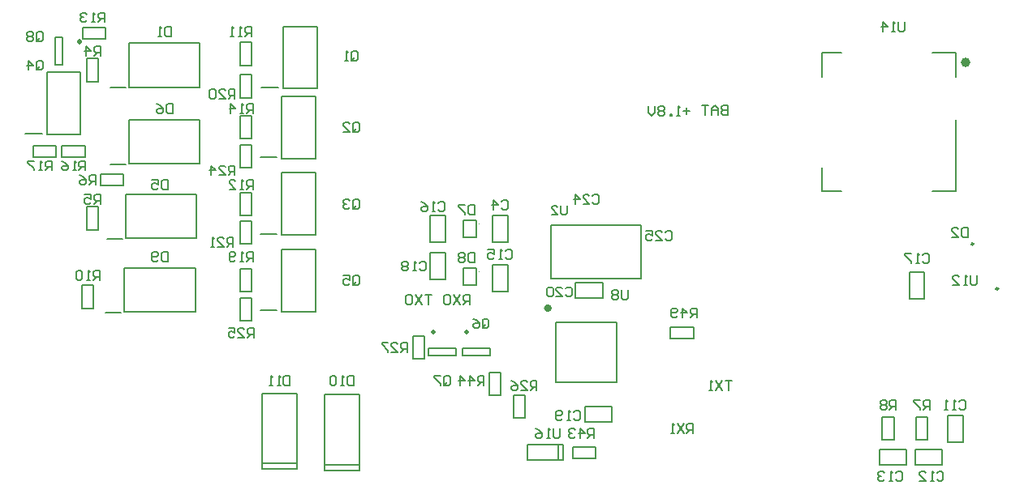
<source format=gbo>
G04*
G04 #@! TF.GenerationSoftware,Altium Limited,Altium Designer,22.8.2 (66)*
G04*
G04 Layer_Color=32896*
%FSLAX44Y44*%
%MOMM*%
G71*
G04*
G04 #@! TF.SameCoordinates,4CF3C48C-3265-4FA0-8EEF-0F06EE1AF109*
G04*
G04*
G04 #@! TF.FilePolarity,Positive*
G04*
G01*
G75*
%ADD10C,0.2000*%
%ADD12C,0.1500*%
%ADD75C,0.5000*%
%ADD115C,0.1200*%
%ADD116C,0.2500*%
%ADD117C,0.4000*%
%ADD118C,0.2540*%
%ADD119C,1.0000*%
D10*
X128500Y191300D02*
X144500D01*
X148000Y192100D02*
Y237900D01*
X222000D01*
Y192100D02*
Y237900D01*
X148000Y192100D02*
X222000D01*
X153000Y347100D02*
X227000D01*
Y392900D01*
X153000D02*
X227000D01*
X153000Y347100D02*
Y392900D01*
X133500Y346300D02*
X149500D01*
X1016000Y438000D02*
Y463000D01*
X991000D02*
X1016000D01*
X876000D02*
X896000D01*
X876000Y438000D02*
Y463000D01*
Y318000D02*
Y343000D01*
Y318000D02*
X896000D01*
X991000D02*
X1016000D01*
Y393000D01*
X314000Y425500D02*
X349000D01*
Y490500D01*
X314000D02*
X349000D01*
X314000Y425500D02*
Y490500D01*
X291250Y426750D02*
X308750D01*
X133500Y426300D02*
X149500D01*
X153000Y427100D02*
Y472900D01*
X227000D01*
Y427100D02*
Y472900D01*
X153000Y427100D02*
X227000D01*
X603000Y37000D02*
X606000D01*
Y53000D01*
X598000D02*
X606000D01*
X601000Y37000D02*
Y53000D01*
X598000Y37000D02*
X603000D01*
X569000D02*
X598000D01*
X569000D02*
Y53000D01*
X598000D01*
X598500Y181500D02*
X661500D01*
Y118500D02*
Y181500D01*
X598500Y118500D02*
X661500D01*
X598500D02*
Y181500D01*
X687000Y264500D02*
Y283000D01*
X606000Y227000D02*
X676000D01*
X605000Y283000D02*
X675000D01*
X593000D02*
X605000D01*
X687000Y239500D02*
Y264500D01*
X675000Y283000D02*
X687000D01*
X593000Y227000D02*
X606000D01*
X593000D02*
Y283000D01*
X676000Y227000D02*
X687000D01*
Y239500D01*
X312500Y192500D02*
X347500D01*
Y257500D01*
X312500D02*
X347500D01*
X312500Y192500D02*
Y257500D01*
X289750Y193750D02*
X307250D01*
X312500Y272500D02*
X347500D01*
Y337500D01*
X312500D02*
X347500D01*
X312500Y272500D02*
Y337500D01*
X289750Y273750D02*
X307250D01*
X289750Y353750D02*
X307250D01*
X312500Y352500D02*
Y417500D01*
X347500D01*
Y352500D02*
Y417500D01*
X312500Y352500D02*
X347500D01*
X356980Y42600D02*
Y94400D01*
X393020Y42600D02*
Y94400D01*
X356980Y32520D02*
Y42600D01*
Y32520D02*
X393020D01*
Y42600D01*
Y26500D02*
Y32520D01*
X356980Y26500D02*
X393020D01*
X356980D02*
Y32520D01*
X393020Y94400D02*
Y105500D01*
X356980D02*
X393020D01*
X356980Y94400D02*
Y105500D01*
X291980Y44100D02*
Y95900D01*
X328020Y44100D02*
Y95900D01*
X291980Y34020D02*
Y44100D01*
Y34020D02*
X328020D01*
Y44100D01*
Y28000D02*
Y34020D01*
X291980Y28000D02*
X328020D01*
X291980D02*
Y34020D01*
X328020Y95900D02*
Y107000D01*
X291980D02*
X328020D01*
X291980Y95900D02*
Y107000D01*
X149500Y269400D02*
X223500D01*
Y315200D01*
X149500D02*
X223500D01*
X149500Y269400D02*
Y315200D01*
X130000Y268600D02*
X146000D01*
X44750Y378750D02*
X62250D01*
X67500Y377500D02*
Y442500D01*
X102500D01*
Y377500D02*
Y442500D01*
X67500Y377500D02*
X102500D01*
X738000Y401998D02*
X731336D01*
X734668Y405331D02*
Y398666D01*
X728003Y397000D02*
X724671D01*
X726337D01*
Y406997D01*
X728003Y405331D01*
X719673Y397000D02*
Y398666D01*
X718006D01*
Y397000D01*
X719673D01*
X711342Y405331D02*
X709676Y406997D01*
X706344D01*
X704677Y405331D01*
Y403665D01*
X706344Y401998D01*
X704677Y400332D01*
Y398666D01*
X706344Y397000D01*
X709676D01*
X711342Y398666D01*
Y400332D01*
X709676Y401998D01*
X711342Y403665D01*
Y405331D01*
X709676Y401998D02*
X706344D01*
X701345Y406997D02*
Y400332D01*
X698013Y397000D01*
X694681Y400332D01*
Y406997D01*
X777634Y408024D02*
Y398027D01*
X772636D01*
X770969Y399693D01*
Y401359D01*
X772636Y403025D01*
X777634D01*
X772636D01*
X770969Y404692D01*
Y406358D01*
X772636Y408024D01*
X777634D01*
X767637Y398027D02*
Y404692D01*
X764305Y408024D01*
X760973Y404692D01*
Y398027D01*
Y403025D01*
X767637D01*
X757640Y408024D02*
X750976D01*
X754308D01*
Y398027D01*
X443329Y150002D02*
Y159998D01*
X438331D01*
X436665Y158332D01*
Y155000D01*
X438331Y153334D01*
X443329D01*
X439997D02*
X436665Y150002D01*
X426668D02*
X433332D01*
X426668Y156666D01*
Y158332D01*
X428334Y159998D01*
X431666D01*
X433332Y158332D01*
X423335Y159998D02*
X416671D01*
Y158332D01*
X423335Y151668D01*
Y150002D01*
X578329Y110002D02*
Y119998D01*
X573331D01*
X571665Y118332D01*
Y115000D01*
X573331Y113334D01*
X578329D01*
X574997D02*
X571665Y110002D01*
X561668D02*
X568332D01*
X561668Y116666D01*
Y118332D01*
X563334Y119998D01*
X566666D01*
X568332Y118332D01*
X551671Y119998D02*
X555003Y118332D01*
X558335Y115000D01*
Y111668D01*
X556669Y110002D01*
X553337D01*
X551671Y111668D01*
Y113334D01*
X553337Y115000D01*
X558335D01*
X481666Y116668D02*
Y123332D01*
X483332Y124998D01*
X486665D01*
X488331Y123332D01*
Y116668D01*
X486665Y115002D01*
X483332D01*
X484998Y118334D02*
X481666Y115002D01*
X483332D02*
X481666Y116668D01*
X478334Y124998D02*
X471669D01*
Y123332D01*
X478334Y116668D01*
Y115002D01*
X521666Y176668D02*
Y183332D01*
X523332Y184998D01*
X526665D01*
X528331Y183332D01*
Y176668D01*
X526665Y175002D01*
X523332D01*
X524998Y178334D02*
X521666Y175002D01*
X523332D02*
X521666Y176668D01*
X511669Y184998D02*
X515002Y183332D01*
X518334Y180000D01*
Y176668D01*
X516668Y175002D01*
X513335D01*
X511669Y176668D01*
Y178334D01*
X513335Y180000D01*
X518334D01*
X283329Y165002D02*
Y174998D01*
X278331D01*
X276665Y173332D01*
Y170000D01*
X278331Y168334D01*
X283329D01*
X279997D02*
X276665Y165002D01*
X266668D02*
X273332D01*
X266668Y171666D01*
Y173332D01*
X268334Y174998D01*
X271666D01*
X273332Y173332D01*
X256671Y174998D02*
X263335D01*
Y170000D01*
X260003Y171666D01*
X258337D01*
X256671Y170000D01*
Y166668D01*
X258337Y165002D01*
X261669D01*
X263335Y166668D01*
X263329Y335002D02*
Y344998D01*
X258331D01*
X256665Y343332D01*
Y340000D01*
X258331Y338334D01*
X263329D01*
X259997D02*
X256665Y335002D01*
X246668D02*
X253332D01*
X246668Y341666D01*
Y343332D01*
X248334Y344998D01*
X251666D01*
X253332Y343332D01*
X238337Y335002D02*
Y344998D01*
X243335Y340000D01*
X236671D01*
X261663Y260002D02*
Y269998D01*
X256665D01*
X254998Y268332D01*
Y265000D01*
X256665Y263334D01*
X261663D01*
X258331D02*
X254998Y260002D01*
X245002D02*
X251666D01*
X245002Y266666D01*
Y268332D01*
X246668Y269998D01*
X250000D01*
X251666Y268332D01*
X241669Y260002D02*
X238337D01*
X240003D01*
Y269998D01*
X241669Y268332D01*
X263329Y415002D02*
Y424998D01*
X258331D01*
X256665Y423332D01*
Y420000D01*
X258331Y418334D01*
X263329D01*
X259997D02*
X256665Y415002D01*
X246668D02*
X253332D01*
X246668Y421666D01*
Y423332D01*
X248334Y424998D01*
X251666D01*
X253332Y423332D01*
X243335D02*
X241669Y424998D01*
X238337D01*
X236671Y423332D01*
Y416668D01*
X238337Y415002D01*
X241669D01*
X243335Y416668D01*
Y423332D01*
X282496Y245002D02*
Y254998D01*
X277498D01*
X275832Y253332D01*
Y250000D01*
X277498Y248334D01*
X282496D01*
X279164D02*
X275832Y245002D01*
X272499D02*
X269167D01*
X270833D01*
Y254998D01*
X272499Y253332D01*
X264168Y246668D02*
X262502Y245002D01*
X259170D01*
X257504Y246668D01*
Y253332D01*
X259170Y254998D01*
X262502D01*
X264168Y253332D01*
Y251666D01*
X262502Y250000D01*
X257504D01*
X282496Y400002D02*
Y409998D01*
X277498D01*
X275832Y408332D01*
Y405000D01*
X277498Y403334D01*
X282496D01*
X279164D02*
X275832Y400002D01*
X272499D02*
X269167D01*
X270833D01*
Y409998D01*
X272499Y408332D01*
X259170Y400002D02*
Y409998D01*
X264168Y405000D01*
X257504D01*
X282496Y320002D02*
Y329998D01*
X277498D01*
X275832Y328332D01*
Y325000D01*
X277498Y323334D01*
X282496D01*
X279164D02*
X275832Y320002D01*
X272499D02*
X269167D01*
X270833D01*
Y329998D01*
X272499Y328332D01*
X257504Y320002D02*
X264168D01*
X257504Y326666D01*
Y328332D01*
X259170Y329998D01*
X262502D01*
X264168Y328332D01*
X123331Y460002D02*
Y469998D01*
X118332D01*
X116666Y468332D01*
Y465000D01*
X118332Y463334D01*
X123331D01*
X119998D02*
X116666Y460002D01*
X108336D02*
Y469998D01*
X113334Y465000D01*
X106669D01*
X386666Y221668D02*
Y228332D01*
X388332Y229998D01*
X391665D01*
X393331Y228332D01*
Y221668D01*
X391665Y220002D01*
X388332D01*
X389998Y223334D02*
X386666Y220002D01*
X388332D02*
X386666Y221668D01*
X376669Y229998D02*
X383334D01*
Y225000D01*
X380002Y226666D01*
X378335D01*
X376669Y225000D01*
Y221668D01*
X378335Y220002D01*
X381668D01*
X383334Y221668D01*
X320830Y124998D02*
Y115002D01*
X315831D01*
X314165Y116668D01*
Y123332D01*
X315831Y124998D01*
X320830D01*
X310833Y115002D02*
X307501D01*
X309167D01*
Y124998D01*
X310833Y123332D01*
X302502Y115002D02*
X299170D01*
X300836D01*
Y124998D01*
X302502Y123332D01*
X387496Y124998D02*
Y115002D01*
X382497D01*
X380831Y116668D01*
Y123332D01*
X382497Y124998D01*
X387496D01*
X377499Y115002D02*
X374167D01*
X375833D01*
Y124998D01*
X377499Y123332D01*
X369169D02*
X367502Y124998D01*
X364170D01*
X362504Y123332D01*
Y116668D01*
X364170Y115002D01*
X367502D01*
X369169Y116668D01*
Y123332D01*
X193331Y254998D02*
Y245002D01*
X188332D01*
X186666Y246668D01*
Y253332D01*
X188332Y254998D01*
X193331D01*
X183334Y246668D02*
X181668Y245002D01*
X178335D01*
X176669Y246668D01*
Y253332D01*
X178335Y254998D01*
X181668D01*
X183334Y253332D01*
Y251666D01*
X181668Y250000D01*
X176669D01*
X673331Y214998D02*
Y206668D01*
X671665Y205002D01*
X668332D01*
X666666Y206668D01*
Y214998D01*
X663334Y213332D02*
X661668Y214998D01*
X658335D01*
X656669Y213332D01*
Y211666D01*
X658335Y210000D01*
X656669Y208334D01*
Y206668D01*
X658335Y205002D01*
X661668D01*
X663334Y206668D01*
Y208334D01*
X661668Y210000D01*
X663334Y211666D01*
Y213332D01*
X661668Y210000D02*
X658335D01*
X122496Y225002D02*
Y234998D01*
X117498D01*
X115831Y233332D01*
Y230000D01*
X117498Y228334D01*
X122496D01*
X119164D02*
X115831Y225002D01*
X112499D02*
X109167D01*
X110833D01*
Y234998D01*
X112499Y233332D01*
X104169D02*
X102502Y234998D01*
X99170D01*
X97504Y233332D01*
Y226668D01*
X99170Y225002D01*
X102502D01*
X104169Y226668D01*
Y233332D01*
X386666Y301668D02*
Y308332D01*
X388332Y309998D01*
X391665D01*
X393331Y308332D01*
Y301668D01*
X391665Y300002D01*
X388332D01*
X389998Y303334D02*
X386666Y300002D01*
X388332D02*
X386666Y301668D01*
X383334Y308332D02*
X381668Y309998D01*
X378335D01*
X376669Y308332D01*
Y306666D01*
X378335Y305000D01*
X380002D01*
X378335D01*
X376669Y303334D01*
Y301668D01*
X378335Y300002D01*
X381668D01*
X383334Y301668D01*
X513331Y253998D02*
Y244002D01*
X508332D01*
X506666Y245668D01*
Y252332D01*
X508332Y253998D01*
X513331D01*
X503334Y252332D02*
X501668Y253998D01*
X498335D01*
X496669Y252332D01*
Y250666D01*
X498335Y249000D01*
X496669Y247334D01*
Y245668D01*
X498335Y244002D01*
X501668D01*
X503334Y245668D01*
Y247334D01*
X501668Y249000D01*
X503334Y250666D01*
Y252332D01*
X501668Y249000D02*
X498335D01*
X513331Y303998D02*
Y294002D01*
X508332D01*
X506666Y295668D01*
Y302332D01*
X508332Y303998D01*
X513331D01*
X503334D02*
X496669D01*
Y302332D01*
X503334Y295668D01*
Y294002D01*
X198331Y409998D02*
Y400002D01*
X193332D01*
X191666Y401668D01*
Y408332D01*
X193332Y409998D01*
X198331D01*
X181669D02*
X185002Y408332D01*
X188334Y405000D01*
Y401668D01*
X186668Y400002D01*
X183335D01*
X181669Y401668D01*
Y403334D01*
X183335Y405000D01*
X188334D01*
X455831Y243332D02*
X457498Y244998D01*
X460830D01*
X462496Y243332D01*
Y236668D01*
X460830Y235002D01*
X457498D01*
X455831Y236668D01*
X452499Y235002D02*
X449167D01*
X450833D01*
Y244998D01*
X452499Y243332D01*
X444169D02*
X442502Y244998D01*
X439170D01*
X437504Y243332D01*
Y241666D01*
X439170Y240000D01*
X437504Y238334D01*
Y236668D01*
X439170Y235002D01*
X442502D01*
X444169Y236668D01*
Y238334D01*
X442502Y240000D01*
X444169Y241666D01*
Y243332D01*
X442502Y240000D02*
X439170D01*
X475831Y305332D02*
X477498Y306998D01*
X480830D01*
X482496Y305332D01*
Y298668D01*
X480830Y297002D01*
X477498D01*
X475831Y298668D01*
X472499Y297002D02*
X469167D01*
X470833D01*
Y306998D01*
X472499Y305332D01*
X457504Y306998D02*
X460836Y305332D01*
X464169Y302000D01*
Y298668D01*
X462502Y297002D01*
X459170D01*
X457504Y298668D01*
Y300334D01*
X459170Y302000D01*
X464169D01*
X545831Y255332D02*
X547498Y256998D01*
X550830D01*
X552496Y255332D01*
Y248668D01*
X550830Y247002D01*
X547498D01*
X545831Y248668D01*
X542499Y247002D02*
X539167D01*
X540833D01*
Y256998D01*
X542499Y255332D01*
X527504Y256998D02*
X534169D01*
Y252000D01*
X530836Y253666D01*
X529170D01*
X527504Y252000D01*
Y248668D01*
X529170Y247002D01*
X532502D01*
X534169Y248668D01*
X541666Y307332D02*
X543332Y308998D01*
X546665D01*
X548331Y307332D01*
Y300668D01*
X546665Y299002D01*
X543332D01*
X541666Y300668D01*
X533335Y299002D02*
Y308998D01*
X538334Y304000D01*
X531669D01*
X712665Y275332D02*
X714331Y276998D01*
X717663D01*
X719329Y275332D01*
Y268668D01*
X717663Y267002D01*
X714331D01*
X712665Y268668D01*
X702668Y267002D02*
X709332D01*
X702668Y273666D01*
Y275332D01*
X704334Y276998D01*
X707666D01*
X709332Y275332D01*
X692671Y276998D02*
X699335D01*
Y272000D01*
X696003Y273666D01*
X694337D01*
X692671Y272000D01*
Y268668D01*
X694337Y267002D01*
X697669D01*
X699335Y268668D01*
X636665Y313332D02*
X638331Y314998D01*
X641663D01*
X643329Y313332D01*
Y306668D01*
X641663Y305002D01*
X638331D01*
X636665Y306668D01*
X626668Y305002D02*
X633332D01*
X626668Y311666D01*
Y313332D01*
X628334Y314998D01*
X631666D01*
X633332Y313332D01*
X618337Y305002D02*
Y314998D01*
X623335Y310000D01*
X616671D01*
X193331Y329998D02*
Y320002D01*
X188332D01*
X186666Y321668D01*
Y328332D01*
X188332Y329998D01*
X193331D01*
X176669D02*
X183334D01*
Y325000D01*
X180002Y326666D01*
X178335D01*
X176669Y325000D01*
Y321668D01*
X178335Y320002D01*
X181668D01*
X183334Y321668D01*
X608665Y216332D02*
X610331Y217998D01*
X613663D01*
X615329Y216332D01*
Y209668D01*
X613663Y208002D01*
X610331D01*
X608665Y209668D01*
X598668Y208002D02*
X605332D01*
X598668Y214666D01*
Y216332D01*
X600334Y217998D01*
X603666D01*
X605332Y216332D01*
X595335D02*
X593669Y217998D01*
X590337D01*
X588671Y216332D01*
Y209668D01*
X590337Y208002D01*
X593669D01*
X595335Y209668D01*
Y216332D01*
X745329Y186002D02*
Y195998D01*
X740331D01*
X738664Y194332D01*
Y191000D01*
X740331Y189334D01*
X745329D01*
X741997D02*
X738664Y186002D01*
X730334D02*
Y195998D01*
X735332Y191000D01*
X728668D01*
X725335Y187668D02*
X723669Y186002D01*
X720337D01*
X718671Y187668D01*
Y194332D01*
X720337Y195998D01*
X723669D01*
X725335Y194332D01*
Y192666D01*
X723669Y191000D01*
X718671D01*
X602496Y69998D02*
Y61668D01*
X600830Y60002D01*
X597498D01*
X595831Y61668D01*
Y69998D01*
X592499Y60002D02*
X589167D01*
X590833D01*
Y69998D01*
X592499Y68332D01*
X577504Y69998D02*
X580836Y68332D01*
X584169Y65000D01*
Y61668D01*
X582502Y60002D01*
X579170D01*
X577504Y61668D01*
Y63334D01*
X579170Y65000D01*
X584169D01*
X523329Y115002D02*
Y124998D01*
X518331D01*
X516665Y123332D01*
Y120000D01*
X518331Y118334D01*
X523329D01*
X519997D02*
X516665Y115002D01*
X508334D02*
Y124998D01*
X513332Y120000D01*
X506668D01*
X498337Y115002D02*
Y124998D01*
X503335Y120000D01*
X496671D01*
X638329Y60002D02*
Y69998D01*
X633331D01*
X631665Y68332D01*
Y65000D01*
X633331Y63334D01*
X638329D01*
X634997D02*
X631665Y60002D01*
X623334D02*
Y69998D01*
X628332Y65000D01*
X621668D01*
X618335Y68332D02*
X616669Y69998D01*
X613337D01*
X611671Y68332D01*
Y66666D01*
X613337Y65000D01*
X615003D01*
X613337D01*
X611671Y63334D01*
Y61668D01*
X613337Y60002D01*
X616669D01*
X618335Y61668D01*
X781663Y119998D02*
X774998D01*
X778331D01*
Y110002D01*
X771666Y119998D02*
X765002Y110002D01*
Y119998D02*
X771666Y110002D01*
X761669D02*
X758337D01*
X760003D01*
Y119998D01*
X761669Y118332D01*
X468329Y209998D02*
X461665D01*
X464997D01*
Y200002D01*
X458332Y209998D02*
X451668Y200002D01*
Y209998D02*
X458332Y200002D01*
X448335Y208332D02*
X446669Y209998D01*
X443337D01*
X441671Y208332D01*
Y201668D01*
X443337Y200002D01*
X446669D01*
X448335Y201668D01*
Y208332D01*
X741663Y65002D02*
Y74998D01*
X736665D01*
X734998Y73332D01*
Y70000D01*
X736665Y68334D01*
X741663D01*
X738331D02*
X734998Y65002D01*
X731666Y74998D02*
X725002Y65002D01*
Y74998D02*
X731666Y65002D01*
X721669D02*
X718337D01*
X720003D01*
Y74998D01*
X721669Y73332D01*
X508329Y200002D02*
Y209998D01*
X503331D01*
X501665Y208332D01*
Y205000D01*
X503331Y203334D01*
X508329D01*
X504997D02*
X501665Y200002D01*
X498332Y209998D02*
X491668Y200002D01*
Y209998D02*
X498332Y200002D01*
X488335Y208332D02*
X486669Y209998D01*
X483337D01*
X481671Y208332D01*
Y201668D01*
X483337Y200002D01*
X486669D01*
X488335Y201668D01*
Y208332D01*
X962496Y494998D02*
Y486668D01*
X960830Y485002D01*
X957498D01*
X955832Y486668D01*
Y494998D01*
X952499Y485002D02*
X949167D01*
X950833D01*
Y494998D01*
X952499Y493332D01*
X939170Y485002D02*
Y494998D01*
X944168Y490000D01*
X937504D01*
X1037496Y229998D02*
Y221668D01*
X1035830Y220002D01*
X1032498D01*
X1030832Y221668D01*
Y229998D01*
X1027499Y220002D02*
X1024167D01*
X1025833D01*
Y229998D01*
X1027499Y228332D01*
X1012504Y220002D02*
X1019168D01*
X1012504Y226666D01*
Y228332D01*
X1014170Y229998D01*
X1017502D01*
X1019168Y228332D01*
X610331Y303498D02*
Y295168D01*
X608665Y293502D01*
X605332D01*
X603666Y295168D01*
Y303498D01*
X593669Y293502D02*
X600334D01*
X593669Y300166D01*
Y301832D01*
X595336Y303498D01*
X598668D01*
X600334Y301832D01*
X72496Y340002D02*
Y349998D01*
X67498D01*
X65831Y348332D01*
Y345000D01*
X67498Y343334D01*
X72496D01*
X69164D02*
X65831Y340002D01*
X62499D02*
X59167D01*
X60833D01*
Y349998D01*
X62499Y348332D01*
X54169Y349998D02*
X47504D01*
Y348332D01*
X54169Y341668D01*
Y340002D01*
X107496D02*
Y349998D01*
X102498D01*
X100831Y348332D01*
Y345000D01*
X102498Y343334D01*
X107496D01*
X104164D02*
X100831Y340002D01*
X97499D02*
X94167D01*
X95833D01*
Y349998D01*
X97499Y348332D01*
X82504Y349998D02*
X85836Y348332D01*
X89169Y345000D01*
Y341668D01*
X87502Y340002D01*
X84170D01*
X82504Y341668D01*
Y343334D01*
X84170Y345000D01*
X89169D01*
X127496Y495002D02*
Y504998D01*
X122498D01*
X120831Y503332D01*
Y500000D01*
X122498Y498334D01*
X127496D01*
X124164D02*
X120831Y495002D01*
X117499D02*
X114167D01*
X115833D01*
Y504998D01*
X117499Y503332D01*
X109169D02*
X107502Y504998D01*
X104170D01*
X102504Y503332D01*
Y501666D01*
X104170Y500000D01*
X105836D01*
X104170D01*
X102504Y498334D01*
Y496668D01*
X104170Y495002D01*
X107502D01*
X109169Y496668D01*
X280830Y480002D02*
Y489998D01*
X275831D01*
X274165Y488332D01*
Y485000D01*
X275831Y483334D01*
X280830D01*
X277498D02*
X274165Y480002D01*
X270833D02*
X267501D01*
X269167D01*
Y489998D01*
X270833Y488332D01*
X262502Y480002D02*
X259170D01*
X260836D01*
Y489998D01*
X262502Y488332D01*
X953331Y90002D02*
Y99998D01*
X948332D01*
X946666Y98332D01*
Y95000D01*
X948332Y93334D01*
X953331D01*
X949998D02*
X946666Y90002D01*
X943334Y98332D02*
X941668Y99998D01*
X938335D01*
X936669Y98332D01*
Y96666D01*
X938335Y95000D01*
X936669Y93334D01*
Y91668D01*
X938335Y90002D01*
X941668D01*
X943334Y91668D01*
Y93334D01*
X941668Y95000D01*
X943334Y96666D01*
Y98332D01*
X941668Y95000D02*
X938335D01*
X988331Y90002D02*
Y99998D01*
X983332D01*
X981666Y98332D01*
Y95000D01*
X983332Y93334D01*
X988331D01*
X984998D02*
X981666Y90002D01*
X978334Y99998D02*
X971669D01*
Y98332D01*
X978334Y91668D01*
Y90002D01*
X118331Y325002D02*
Y334998D01*
X113332D01*
X111666Y333332D01*
Y330000D01*
X113332Y328334D01*
X118331D01*
X114998D02*
X111666Y325002D01*
X101669Y334998D02*
X105002Y333332D01*
X108334Y330000D01*
Y326668D01*
X106668Y325002D01*
X103336D01*
X101669Y326668D01*
Y328334D01*
X103336Y330000D01*
X108334D01*
X123331Y305002D02*
Y314998D01*
X118332D01*
X116666Y313332D01*
Y310000D01*
X118332Y308334D01*
X123331D01*
X119998D02*
X116666Y305002D01*
X106669Y314998D02*
X113334D01*
Y310000D01*
X110002Y311666D01*
X108336D01*
X106669Y310000D01*
Y306668D01*
X108336Y305002D01*
X111668D01*
X113334Y306668D01*
X56666Y476668D02*
Y483332D01*
X58332Y484998D01*
X61665D01*
X63331Y483332D01*
Y476668D01*
X61665Y475002D01*
X58332D01*
X59998Y478334D02*
X56666Y475002D01*
X58332D02*
X56666Y476668D01*
X53334Y483332D02*
X51668Y484998D01*
X48335D01*
X46669Y483332D01*
Y481666D01*
X48335Y480000D01*
X46669Y478334D01*
Y476668D01*
X48335Y475002D01*
X51668D01*
X53334Y476668D01*
Y478334D01*
X51668Y480000D01*
X53334Y481666D01*
Y483332D01*
X51668Y480000D02*
X48335D01*
X56666Y446668D02*
Y453332D01*
X58332Y454998D01*
X61665D01*
X63331Y453332D01*
Y446668D01*
X61665Y445002D01*
X58332D01*
X59998Y448334D02*
X56666Y445002D01*
X58332D02*
X56666Y446668D01*
X48335Y445002D02*
Y454998D01*
X53334Y450000D01*
X46669D01*
X386666Y381668D02*
Y388332D01*
X388332Y389998D01*
X391665D01*
X393331Y388332D01*
Y381668D01*
X391665Y380002D01*
X388332D01*
X389998Y383334D02*
X386666Y380002D01*
X388332D02*
X386666Y381668D01*
X376669Y380002D02*
X383334D01*
X376669Y386666D01*
Y388332D01*
X378335Y389998D01*
X381668D01*
X383334Y388332D01*
X385000Y456668D02*
Y463332D01*
X386666Y464998D01*
X389998D01*
X391665Y463332D01*
Y456668D01*
X389998Y455002D01*
X386666D01*
X388332Y458334D02*
X385000Y455002D01*
X386666D02*
X385000Y456668D01*
X381668Y455002D02*
X378335D01*
X380002D01*
Y464998D01*
X381668Y463332D01*
X1028331Y279998D02*
Y270002D01*
X1023332D01*
X1021666Y271668D01*
Y278332D01*
X1023332Y279998D01*
X1028331D01*
X1011669Y270002D02*
X1018334D01*
X1011669Y276666D01*
Y278332D01*
X1013335Y279998D01*
X1016668D01*
X1018334Y278332D01*
X196665Y489998D02*
Y480002D01*
X191666D01*
X190000Y481668D01*
Y488332D01*
X191666Y489998D01*
X196665D01*
X186668Y480002D02*
X183335D01*
X185002D01*
Y489998D01*
X186668Y488332D01*
X616831Y87332D02*
X618498Y88998D01*
X621830D01*
X623496Y87332D01*
Y80668D01*
X621830Y79002D01*
X618498D01*
X616831Y80668D01*
X613499Y79002D02*
X610167D01*
X611833D01*
Y88998D01*
X613499Y87332D01*
X605168Y80668D02*
X603502Y79002D01*
X600170D01*
X598504Y80668D01*
Y87332D01*
X600170Y88998D01*
X603502D01*
X605168Y87332D01*
Y85666D01*
X603502Y84000D01*
X598504D01*
X980832Y251332D02*
X982498Y252998D01*
X985830D01*
X987496Y251332D01*
Y244668D01*
X985830Y243002D01*
X982498D01*
X980832Y244668D01*
X977499Y243002D02*
X974167D01*
X975833D01*
Y252998D01*
X977499Y251332D01*
X969168Y252998D02*
X962504D01*
Y251332D01*
X969168Y244668D01*
Y243002D01*
X952831Y23332D02*
X954498Y24998D01*
X957830D01*
X959496Y23332D01*
Y16668D01*
X957830Y15002D01*
X954498D01*
X952831Y16668D01*
X949499Y15002D02*
X946167D01*
X947833D01*
Y24998D01*
X949499Y23332D01*
X941169D02*
X939502Y24998D01*
X936170D01*
X934504Y23332D01*
Y21666D01*
X936170Y20000D01*
X937836D01*
X936170D01*
X934504Y18334D01*
Y16668D01*
X936170Y15002D01*
X939502D01*
X941169Y16668D01*
X995832Y23332D02*
X997498Y24998D01*
X1000830D01*
X1002496Y23332D01*
Y16668D01*
X1000830Y15002D01*
X997498D01*
X995832Y16668D01*
X992499Y15002D02*
X989167D01*
X990833D01*
Y24998D01*
X992499Y23332D01*
X977504Y15002D02*
X984168D01*
X977504Y21666D01*
Y23332D01*
X979170Y24998D01*
X982502D01*
X984168Y23332D01*
X1019165Y98332D02*
X1020831Y99998D01*
X1024164D01*
X1025830Y98332D01*
Y91668D01*
X1024164Y90002D01*
X1020831D01*
X1019165Y91668D01*
X1015833Y90002D02*
X1012501D01*
X1014167D01*
Y99998D01*
X1015833Y98332D01*
X1007502Y90002D02*
X1004170D01*
X1005836D01*
Y99998D01*
X1007502Y98332D01*
D12*
X121000Y435000D02*
Y455000D01*
X109000Y435000D02*
Y455000D01*
X121000D02*
Y457000D01*
X109000D02*
X121000D01*
X109000Y455000D02*
Y457000D01*
Y433000D02*
Y435000D01*
Y433000D02*
X121000D01*
Y435000D01*
X116000Y196000D02*
Y198000D01*
X104000Y196000D02*
X116000D01*
X104000D02*
Y198000D01*
Y218000D02*
Y220000D01*
X116000D01*
Y218000D02*
Y220000D01*
X104000Y198000D02*
Y218000D01*
X116000Y198000D02*
Y218000D01*
X269000Y418000D02*
Y438000D01*
X281000Y418000D02*
Y438000D01*
X269000Y416000D02*
Y418000D01*
Y416000D02*
X281000D01*
Y418000D01*
Y438000D02*
Y440000D01*
X269000D02*
X281000D01*
X269000Y438000D02*
Y440000D01*
Y365000D02*
Y367000D01*
X281000D01*
Y365000D02*
Y367000D01*
Y343000D02*
Y345000D01*
X269000Y343000D02*
X281000D01*
X269000D02*
Y345000D01*
X281000D02*
Y365000D01*
X269000Y345000D02*
Y365000D01*
Y395000D02*
Y397000D01*
X281000D01*
Y395000D02*
Y397000D01*
Y373000D02*
Y375000D01*
X269000Y373000D02*
X281000D01*
X269000D02*
Y375000D01*
X281000D02*
Y395000D01*
X269000Y375000D02*
Y395000D01*
Y315000D02*
Y317000D01*
X281000D01*
Y315000D02*
Y317000D01*
Y293000D02*
Y295000D01*
X269000Y293000D02*
X281000D01*
X269000D02*
Y295000D01*
X281000D02*
Y315000D01*
X269000Y295000D02*
Y315000D01*
Y285000D02*
Y287000D01*
X281000D01*
Y285000D02*
Y287000D01*
Y263000D02*
Y265000D01*
X269000Y263000D02*
X281000D01*
X269000D02*
Y265000D01*
X281000D02*
Y285000D01*
X269000Y265000D02*
Y285000D01*
Y235000D02*
Y237000D01*
X281000D01*
Y235000D02*
Y237000D01*
Y213000D02*
Y215000D01*
X269000Y213000D02*
X281000D01*
X269000D02*
Y215000D01*
X281000D02*
Y235000D01*
X269000Y215000D02*
Y235000D01*
Y205000D02*
Y207000D01*
X281000D01*
Y205000D02*
Y207000D01*
Y183000D02*
Y185000D01*
X269000Y183000D02*
X281000D01*
X269000D02*
Y185000D01*
X281000D02*
Y205000D01*
X269000Y185000D02*
Y205000D01*
X554000Y103000D02*
Y105000D01*
X566000D01*
Y103000D02*
Y105000D01*
Y81000D02*
Y83000D01*
X554000Y81000D02*
X566000D01*
X554000D02*
Y83000D01*
X566000D02*
Y103000D01*
X554000Y83000D02*
Y103000D01*
X461000Y143000D02*
Y145000D01*
X449000Y143000D02*
X461000D01*
X449000D02*
Y145000D01*
Y165000D02*
Y167000D01*
X461000D01*
Y165000D02*
Y167000D01*
X449000Y145000D02*
Y165000D01*
X461000Y145000D02*
Y165000D01*
X500500Y146190D02*
Y153810D01*
Y146190D02*
X529500D01*
Y153810D01*
X500500D02*
X529500D01*
X465500Y146190D02*
Y153810D01*
Y146190D02*
X494500D01*
Y153810D01*
X465500D02*
X494500D01*
X83000Y354000D02*
X85000D01*
X83000D02*
Y366000D01*
X85000D01*
X105000D02*
X107000D01*
Y354000D02*
Y366000D01*
X105000Y354000D02*
X107000D01*
X85000Y366000D02*
X105000D01*
X85000Y354000D02*
X105000D01*
X541000Y105000D02*
Y107000D01*
X529000Y105000D02*
X541000D01*
X529000D02*
Y107000D01*
Y127000D02*
Y129000D01*
X541000D01*
Y127000D02*
Y129000D01*
X529000Y107000D02*
Y127000D01*
X541000Y107000D02*
Y127000D01*
X964000Y32000D02*
Y48000D01*
X962000D02*
X964000D01*
X936000D02*
X962000D01*
X936000Y32000D02*
X964000D01*
X936000D02*
Y48000D01*
X939000Y80000D02*
Y82000D01*
X951000D01*
Y80000D02*
Y82000D01*
Y58000D02*
Y60000D01*
X939000Y58000D02*
X951000D01*
X939000D02*
Y60000D01*
X951000D02*
Y80000D01*
X939000Y60000D02*
Y80000D01*
X974000Y80000D02*
Y82000D01*
X986000D01*
Y80000D02*
Y82000D01*
Y58000D02*
Y60000D01*
X974000Y58000D02*
X986000D01*
X974000D02*
Y60000D01*
X986000D02*
Y80000D01*
X974000Y60000D02*
Y80000D01*
X1001000Y32000D02*
Y48000D01*
X999000D02*
X1001000D01*
X973000D02*
X999000D01*
X973000Y32000D02*
X1001000D01*
X973000D02*
Y48000D01*
X1007000Y56000D02*
X1023000D01*
Y58000D01*
Y84000D01*
X1007000Y56000D02*
Y84000D01*
X1023000D01*
X532000Y293000D02*
X548000D01*
X532000Y265000D02*
Y293000D01*
X548000Y267000D02*
Y293000D01*
Y265000D02*
Y267000D01*
X532000Y265000D02*
X548000D01*
X532000Y213000D02*
X548000D01*
Y215000D01*
Y241000D01*
X532000Y213000D02*
Y241000D01*
X548000D01*
X467000Y293000D02*
X483000D01*
X467000Y291000D02*
Y293000D01*
Y265000D02*
Y291000D01*
X483000Y265000D02*
Y293000D01*
X467000Y265000D02*
X483000D01*
X515000Y270500D02*
Y287500D01*
X501500D02*
X515000D01*
X501500Y270500D02*
X515000D01*
X501500D02*
Y287500D01*
X515000Y220500D02*
Y237500D01*
X501500D02*
X515000D01*
X501500Y220500D02*
X515000D01*
X501500D02*
Y237500D01*
X467000Y254000D02*
X483000D01*
X467000Y252000D02*
Y254000D01*
Y226000D02*
Y252000D01*
X483000Y226000D02*
Y254000D01*
X467000Y226000D02*
X483000D01*
X967000Y234000D02*
X983000D01*
X967000Y232000D02*
Y234000D01*
Y206000D02*
Y232000D01*
X983000Y206000D02*
Y234000D01*
X967000Y206000D02*
X983000D01*
X269000Y472000D02*
Y474000D01*
X281000D01*
Y472000D02*
Y474000D01*
Y450000D02*
Y452000D01*
X269000Y450000D02*
X281000D01*
X269000D02*
Y452000D01*
X281000D02*
Y472000D01*
X269000Y452000D02*
Y472000D01*
X126522Y489569D02*
X128522D01*
Y477569D02*
Y489569D01*
X126522Y477569D02*
X128522D01*
X104522D02*
X106522D01*
X104522D02*
Y489569D01*
X106522D01*
Y477569D02*
X126522D01*
X106522Y489569D02*
X126522D01*
X618000Y51000D02*
X638000D01*
X618000Y39000D02*
X638000D01*
X616000Y51000D02*
X618000D01*
X616000Y39000D02*
Y51000D01*
Y39000D02*
X618000D01*
X638000D02*
X640000D01*
Y51000D01*
X638000D02*
X640000D01*
X720000Y176000D02*
X740000D01*
X720000Y164000D02*
X740000D01*
X718000Y176000D02*
X720000D01*
X718000Y164000D02*
Y176000D01*
Y164000D02*
X720000D01*
X740000D02*
X742000D01*
Y176000D01*
X740000D02*
X742000D01*
X629000Y77000D02*
Y93000D01*
Y77000D02*
X631000D01*
X657000D01*
X629000Y93000D02*
X657000D01*
Y77000D02*
Y93000D01*
X647000Y207000D02*
Y223000D01*
X645000D02*
X647000D01*
X619000D02*
X645000D01*
X619000Y207000D02*
X647000D01*
X619000D02*
Y223000D01*
X55000Y354000D02*
X75000D01*
X55000Y366000D02*
X75000D01*
Y354000D02*
X77000D01*
Y366000D01*
X75000D02*
X77000D01*
X53000D02*
X55000D01*
X53000Y354000D02*
Y366000D01*
Y354000D02*
X55000D01*
X125000Y336000D02*
X145000D01*
X125000Y324000D02*
X145000D01*
X123000Y336000D02*
X125000D01*
X123000Y324000D02*
Y336000D01*
Y324000D02*
X125000D01*
X145000D02*
X147000D01*
Y336000D01*
X145000D02*
X147000D01*
X121000Y280000D02*
Y300000D01*
X109000Y280000D02*
Y300000D01*
X121000D02*
Y302000D01*
X109000D02*
X121000D01*
X109000Y300000D02*
Y302000D01*
Y278000D02*
Y280000D01*
Y278000D02*
X121000D01*
Y280000D01*
X83810Y450500D02*
Y479500D01*
X76190Y450500D02*
X83810D01*
X76190D02*
Y479500D01*
X83810D01*
D75*
X505405Y171202D02*
X505452Y171250D01*
X505500Y171202D01*
X505452Y171155D01*
X505405Y171202D01*
X470405D02*
X470452Y171250D01*
X470500Y171202D01*
X470452Y171155D01*
X470405Y171202D01*
X101202Y474595D02*
X101250Y474548D01*
X101202Y474500D01*
X101155Y474548D01*
X101202Y474595D01*
D115*
X518000Y284000D02*
G03*
X518000Y284000I-500J0D01*
G01*
Y234000D02*
G03*
X518000Y234000I-500J0D01*
G01*
D116*
X1060000Y216300D02*
G03*
X1060000Y216300I-1250J0D01*
G01*
D117*
X592000Y196000D02*
G03*
X592000Y196000I-2000J0D01*
G01*
D118*
X1034000Y263000D02*
G03*
X1034000Y263000I-1000J0D01*
G01*
D119*
X1026000Y453000D02*
D03*
M02*

</source>
